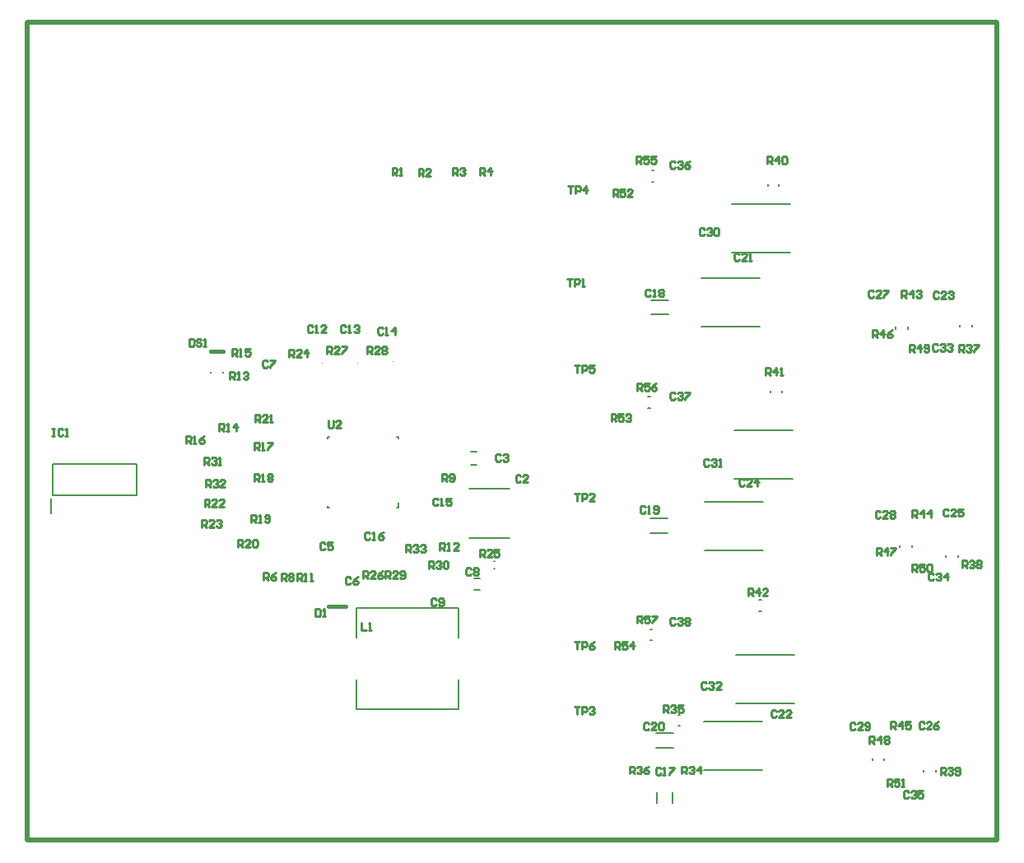
<source format=gto>
G04*
G04 #@! TF.GenerationSoftware,Altium Limited,Altium Designer,19.1.8 (144)*
G04*
G04 Layer_Color=65535*
%FSLAX25Y25*%
%MOIN*%
G70*
G01*
G75*
%ADD10C,0.00394*%
%ADD11C,0.00787*%
%ADD12C,0.01575*%
%ADD13C,0.01000*%
%ADD14C,0.01968*%
D10*
X176319Y319429D02*
G03*
X176319Y319429I-197J0D01*
G01*
X162047Y318839D02*
G03*
X162047Y318839I-197J0D01*
G01*
X147776Y318740D02*
G03*
X147776Y318740I-197J0D01*
G01*
D11*
X207283Y267913D02*
X223425D01*
X207283Y247835D02*
X223425D01*
X289567Y140551D02*
Y144882D01*
X283268Y140551D02*
Y144882D01*
X302110Y153937D02*
X325732D01*
X302110Y173622D02*
X325732D01*
X282677Y162795D02*
X289764D01*
X282677Y168701D02*
X289764D01*
X280315Y249803D02*
X287402D01*
X280315Y255709D02*
X287402D01*
X301181Y333465D02*
X324803D01*
X301181Y353150D02*
X324803D01*
X313386Y363386D02*
X337008D01*
X313386Y383071D02*
X337008D01*
X315236Y180965D02*
X338858D01*
X315236Y200650D02*
X338858D01*
X314567Y271760D02*
X338189D01*
X314567Y291445D02*
X338189D01*
X302362Y262598D02*
X325984D01*
X302362Y242913D02*
X325984D01*
X202669Y178528D02*
Y190535D01*
X161331Y178528D02*
Y190535D01*
X202669Y207465D02*
Y219472D01*
X161331Y207465D02*
Y219472D01*
Y178528D02*
X202669D01*
X161331Y219472D02*
X202669D01*
X291732Y171752D02*
X292520D01*
X291732Y176279D02*
X292520D01*
X280315Y206398D02*
X281102D01*
X280315Y210925D02*
X281102D01*
X324606Y218209D02*
X325394D01*
X324606Y222736D02*
X325394D01*
X329232Y306693D02*
Y307480D01*
X333760Y306693D02*
Y307480D01*
X279528Y305020D02*
X280315D01*
X279528Y300492D02*
X280315D01*
X281102Y396752D02*
X281890D01*
X281102Y392224D02*
X281890D01*
X107461Y314799D02*
Y315201D01*
X102539Y314799D02*
Y315201D01*
X280709Y338386D02*
X287795D01*
X280709Y344291D02*
X287795D01*
X386319Y244094D02*
Y244882D01*
X381398Y244094D02*
Y244882D01*
X384744Y332677D02*
Y333465D01*
X379823Y332677D02*
Y333465D01*
X375295Y157874D02*
Y158661D01*
X370374Y157874D02*
Y158661D01*
X391240Y153150D02*
Y153937D01*
X396161Y153150D02*
Y153937D01*
X405807Y333465D02*
Y334252D01*
X410728Y333465D02*
Y334252D01*
X400295Y240158D02*
Y240945D01*
X405217Y240158D02*
Y240945D01*
X207874Y277658D02*
X210236D01*
X207874Y282972D02*
X210236D01*
X217126Y238583D02*
X217520D01*
X217126Y235433D02*
X217520D01*
X209055Y231398D02*
X211417D01*
X209055Y226870D02*
X211417D01*
X38472Y265201D02*
Y277799D01*
X72528D01*
Y265201D02*
Y277799D01*
X38472Y265201D02*
X72528D01*
X37843Y257819D02*
Y263823D01*
X332579Y390551D02*
Y391339D01*
X328051Y390551D02*
Y391339D01*
X177642Y288870D02*
X178429D01*
Y288083D02*
Y288870D01*
X149689D02*
X150476D01*
X149689Y288083D02*
Y288870D01*
Y260130D02*
Y260917D01*
Y260130D02*
X150476D01*
X178429D02*
Y262098D01*
X177642Y260130D02*
X178429D01*
D12*
X150236Y220177D02*
X157244D01*
X102500Y323500D02*
X107500D01*
D13*
X249800Y205752D02*
X251768D01*
X250784D01*
Y202800D01*
X252752D02*
Y205752D01*
X254228D01*
X254720Y205260D01*
Y204276D01*
X254228Y203784D01*
X252752D01*
X257671Y205752D02*
X256688Y205260D01*
X255704Y204276D01*
Y203292D01*
X256196Y202800D01*
X257179D01*
X257671Y203292D01*
Y203784D01*
X257179Y204276D01*
X255704D01*
X249800Y317952D02*
X251768D01*
X250784D01*
Y315000D01*
X252752D02*
Y317952D01*
X254228D01*
X254720Y317460D01*
Y316476D01*
X254228Y315984D01*
X252752D01*
X257671Y317952D02*
X255704D01*
Y316476D01*
X256688Y316968D01*
X257179D01*
X257671Y316476D01*
Y315492D01*
X257179Y315000D01*
X256196D01*
X255704Y315492D01*
X247244Y390353D02*
X249212D01*
X248228D01*
Y387402D01*
X250196D02*
Y390353D01*
X251672D01*
X252164Y389861D01*
Y388878D01*
X251672Y388386D01*
X250196D01*
X254624Y387402D02*
Y390353D01*
X253148Y388878D01*
X255116D01*
X249800Y179352D02*
X251768D01*
X250784D01*
Y176400D01*
X252752D02*
Y179352D01*
X254228D01*
X254720Y178860D01*
Y177876D01*
X254228Y177384D01*
X252752D01*
X255704Y178860D02*
X256196Y179352D01*
X257179D01*
X257671Y178860D01*
Y178368D01*
X257179Y177876D01*
X256688D01*
X257179D01*
X257671Y177384D01*
Y176892D01*
X257179Y176400D01*
X256196D01*
X255704Y176892D01*
X249800Y265952D02*
X251768D01*
X250784D01*
Y263000D01*
X252752D02*
Y265952D01*
X254228D01*
X254720Y265460D01*
Y264476D01*
X254228Y263984D01*
X252752D01*
X257671Y263000D02*
X255704D01*
X257671Y264968D01*
Y265460D01*
X257179Y265952D01*
X256196D01*
X255704Y265460D01*
X246850Y352952D02*
X248818D01*
X247834D01*
Y350000D01*
X249802D02*
Y352952D01*
X251278D01*
X251770Y352460D01*
Y351476D01*
X251278Y350984D01*
X249802D01*
X252754Y350000D02*
X253738D01*
X253246D01*
Y352952D01*
X252754Y352460D01*
X137343Y230669D02*
Y233621D01*
X138818D01*
X139310Y233129D01*
Y232145D01*
X138818Y231653D01*
X137343D01*
X138327D02*
X139310Y230669D01*
X140294D02*
X141278D01*
X140786D01*
Y233621D01*
X140294Y233129D01*
X142754Y230669D02*
X143738D01*
X143246D01*
Y233621D01*
X142754Y233129D01*
X131043Y230669D02*
Y233621D01*
X132519D01*
X133011Y233129D01*
Y232145D01*
X132519Y231653D01*
X131043D01*
X132027D02*
X133011Y230669D01*
X133995Y233129D02*
X134487Y233621D01*
X135471D01*
X135963Y233129D01*
Y232637D01*
X135471Y232145D01*
X135963Y231653D01*
Y231161D01*
X135471Y230669D01*
X134487D01*
X133995Y231161D01*
Y231653D01*
X134487Y232145D01*
X133995Y232637D01*
Y233129D01*
X134487Y232145D02*
X135471D01*
X123957Y230768D02*
Y233719D01*
X125433D01*
X125925Y233228D01*
Y232244D01*
X125433Y231752D01*
X123957D01*
X124941D02*
X125925Y230768D01*
X128876Y233719D02*
X127892Y233228D01*
X126909Y232244D01*
Y231260D01*
X127401Y230768D01*
X128384D01*
X128876Y231260D01*
Y231752D01*
X128384Y232244D01*
X126909D01*
X38200Y292252D02*
X39184D01*
X38692D01*
Y289300D01*
X38200D01*
X39184D01*
X42628Y291760D02*
X42136Y292252D01*
X41152D01*
X40660Y291760D01*
Y289792D01*
X41152Y289300D01*
X42136D01*
X42628Y289792D01*
X43612Y289300D02*
X44596D01*
X44104D01*
Y292252D01*
X43612Y291760D01*
X266142Y202756D02*
Y205708D01*
X267618D01*
X268110Y205216D01*
Y204232D01*
X267618Y203740D01*
X266142D01*
X267126D02*
X268110Y202756D01*
X271061Y205708D02*
X269093D01*
Y204232D01*
X270077Y204724D01*
X270569D01*
X271061Y204232D01*
Y203248D01*
X270569Y202756D01*
X269585D01*
X269093Y203248D01*
X273521Y202756D02*
Y205708D01*
X272045Y204232D01*
X274013D01*
X264665Y295079D02*
Y298030D01*
X266141D01*
X266633Y297539D01*
Y296555D01*
X266141Y296063D01*
X264665D01*
X265649D02*
X266633Y295079D01*
X269585Y298030D02*
X267617D01*
Y296555D01*
X268601Y297047D01*
X269093D01*
X269585Y296555D01*
Y295571D01*
X269093Y295079D01*
X268109D01*
X267617Y295571D01*
X270569Y297539D02*
X271061Y298030D01*
X272045D01*
X272537Y297539D01*
Y297047D01*
X272045Y296555D01*
X271553D01*
X272045D01*
X272537Y296063D01*
Y295571D01*
X272045Y295079D01*
X271061D01*
X270569Y295571D01*
X265354Y386221D02*
Y389172D01*
X266830D01*
X267322Y388680D01*
Y387696D01*
X266830Y387204D01*
X265354D01*
X266338D02*
X267322Y386221D01*
X270274Y389172D02*
X268306D01*
Y387696D01*
X269290Y388188D01*
X269782D01*
X270274Y387696D01*
Y386712D01*
X269782Y386221D01*
X268798D01*
X268306Y386712D01*
X273226Y386221D02*
X271258D01*
X273226Y388188D01*
Y388680D01*
X272734Y389172D01*
X271750D01*
X271258Y388680D01*
X272047Y152362D02*
Y155314D01*
X273523D01*
X274015Y154822D01*
Y153838D01*
X273523Y153346D01*
X272047D01*
X273031D02*
X274015Y152362D01*
X274999Y154822D02*
X275491Y155314D01*
X276475D01*
X276967Y154822D01*
Y154330D01*
X276475Y153838D01*
X275983D01*
X276475D01*
X276967Y153346D01*
Y152854D01*
X276475Y152362D01*
X275491D01*
X274999Y152854D01*
X279919Y155314D02*
X278935Y154822D01*
X277951Y153838D01*
Y152854D01*
X278443Y152362D01*
X279427D01*
X279919Y152854D01*
Y153346D01*
X279427Y153838D01*
X277951D01*
X293307Y152362D02*
Y155314D01*
X294783D01*
X295275Y154822D01*
Y153838D01*
X294783Y153346D01*
X293307D01*
X294291D02*
X295275Y152362D01*
X296259Y154822D02*
X296751Y155314D01*
X297735D01*
X298227Y154822D01*
Y154330D01*
X297735Y153838D01*
X297243D01*
X297735D01*
X298227Y153346D01*
Y152854D01*
X297735Y152362D01*
X296751D01*
X296259Y152854D01*
X300687Y152362D02*
Y155314D01*
X299211Y153838D01*
X301179D01*
X284645Y154428D02*
X284153Y154920D01*
X283169D01*
X282677Y154428D01*
Y152461D01*
X283169Y151969D01*
X284153D01*
X284645Y152461D01*
X285629Y151969D02*
X286613D01*
X286121D01*
Y154920D01*
X285629Y154428D01*
X288089Y154920D02*
X290057D01*
Y154428D01*
X288089Y152461D01*
Y151969D01*
X200394Y394882D02*
Y397834D01*
X201870D01*
X202362Y397342D01*
Y396358D01*
X201870Y395866D01*
X200394D01*
X201378D02*
X202362Y394882D01*
X203345Y397342D02*
X203837Y397834D01*
X204821D01*
X205313Y397342D01*
Y396850D01*
X204821Y396358D01*
X204329D01*
X204821D01*
X205313Y395866D01*
Y395374D01*
X204821Y394882D01*
X203837D01*
X203345Y395374D01*
X211417Y394882D02*
Y397834D01*
X212893D01*
X213385Y397342D01*
Y396358D01*
X212893Y395866D01*
X211417D01*
X212401D02*
X213385Y394882D01*
X215845D02*
Y397834D01*
X214369Y396358D01*
X216337D01*
X175984Y394882D02*
Y397834D01*
X177460D01*
X177952Y397342D01*
Y396358D01*
X177460Y395866D01*
X175984D01*
X176968D02*
X177952Y394882D01*
X178936D02*
X179920D01*
X179428D01*
Y397834D01*
X178936Y397342D01*
X186667Y394552D02*
Y397504D01*
X188143D01*
X188635Y397012D01*
Y396028D01*
X188143Y395536D01*
X186667D01*
X187651D02*
X188635Y394552D01*
X191587D02*
X189619D01*
X191587Y396520D01*
Y397012D01*
X191095Y397504D01*
X190111D01*
X189619Y397012D01*
X165905Y322500D02*
Y325452D01*
X167381D01*
X167873Y324960D01*
Y323976D01*
X167381Y323484D01*
X165905D01*
X166889D02*
X167873Y322500D01*
X170825D02*
X168857D01*
X170825Y324468D01*
Y324960D01*
X170333Y325452D01*
X169349D01*
X168857Y324960D01*
X171809D02*
X172301Y325452D01*
X173285D01*
X173777Y324960D01*
Y324468D01*
X173285Y323976D01*
X173777Y323484D01*
Y322992D01*
X173285Y322500D01*
X172301D01*
X171809Y322992D01*
Y323484D01*
X172301Y323976D01*
X171809Y324468D01*
Y324960D01*
X172301Y323976D02*
X173285D01*
X149606Y322441D02*
Y325393D01*
X151082D01*
X151574Y324901D01*
Y323917D01*
X151082Y323425D01*
X149606D01*
X150590D02*
X151574Y322441D01*
X154526D02*
X152558D01*
X154526Y324409D01*
Y324901D01*
X154034Y325393D01*
X153050D01*
X152558Y324901D01*
X155510Y325393D02*
X157478D01*
Y324901D01*
X155510Y322933D01*
Y322441D01*
X134252Y321260D02*
Y324212D01*
X135728D01*
X136220Y323720D01*
Y322736D01*
X135728Y322244D01*
X134252D01*
X135236D02*
X136220Y321260D01*
X139172D02*
X137204D01*
X139172Y323228D01*
Y323720D01*
X138680Y324212D01*
X137696D01*
X137204Y323720D01*
X141631Y321260D02*
Y324212D01*
X140156Y322736D01*
X142123D01*
X111024Y321654D02*
Y324605D01*
X112499D01*
X112991Y324113D01*
Y323129D01*
X112499Y322638D01*
X111024D01*
X112008D02*
X112991Y321654D01*
X113975D02*
X114959D01*
X114467D01*
Y324605D01*
X113975Y324113D01*
X118403Y324605D02*
X116435D01*
Y323129D01*
X117419Y323621D01*
X117911D01*
X118403Y323129D01*
Y322146D01*
X117911Y321654D01*
X116927D01*
X116435Y322146D01*
X93701Y328542D02*
Y325590D01*
X95177D01*
X95669Y326082D01*
Y328050D01*
X95177Y328542D01*
X93701D01*
X98620Y328050D02*
X98128Y328542D01*
X97145D01*
X96653Y328050D01*
Y327558D01*
X97145Y327066D01*
X98128D01*
X98620Y326574D01*
Y326082D01*
X98128Y325590D01*
X97145D01*
X96653Y326082D01*
X99604Y325590D02*
X100588D01*
X100096D01*
Y328542D01*
X99604Y328050D01*
X150100Y295452D02*
Y292992D01*
X150592Y292500D01*
X151576D01*
X152068Y292992D01*
Y295452D01*
X155020Y292500D02*
X153052D01*
X155020Y294468D01*
Y294960D01*
X154528Y295452D01*
X153544D01*
X153052Y294960D01*
X275197Y213386D02*
Y216338D01*
X276673D01*
X277165Y215846D01*
Y214862D01*
X276673Y214370D01*
X275197D01*
X276181D02*
X277165Y213386D01*
X280117Y216338D02*
X278149D01*
Y214862D01*
X279133Y215354D01*
X279625D01*
X280117Y214862D01*
Y213878D01*
X279625Y213386D01*
X278641D01*
X278149Y213878D01*
X281101Y216338D02*
X283068D01*
Y215846D01*
X281101Y213878D01*
Y213386D01*
X275091Y307587D02*
Y310538D01*
X276566D01*
X277058Y310046D01*
Y309063D01*
X276566Y308571D01*
X275091D01*
X276075D02*
X277058Y307587D01*
X280010Y310538D02*
X278042D01*
Y309063D01*
X279026Y309554D01*
X279518D01*
X280010Y309063D01*
Y308079D01*
X279518Y307587D01*
X278534D01*
X278042Y308079D01*
X282962Y310538D02*
X281978Y310046D01*
X280994Y309063D01*
Y308079D01*
X281486Y307587D01*
X282470D01*
X282962Y308079D01*
Y308571D01*
X282470Y309063D01*
X280994D01*
X274803Y399606D02*
Y402558D01*
X276279D01*
X276771Y402066D01*
Y401082D01*
X276279Y400590D01*
X274803D01*
X275787D02*
X276771Y399606D01*
X279723Y402558D02*
X277755D01*
Y401082D01*
X278739Y401574D01*
X279231D01*
X279723Y401082D01*
Y400098D01*
X279231Y399606D01*
X278247D01*
X277755Y400098D01*
X282675Y402558D02*
X280707D01*
Y401082D01*
X281691Y401574D01*
X282183D01*
X282675Y401082D01*
Y400098D01*
X282183Y399606D01*
X281199D01*
X280707Y400098D01*
X376378Y147244D02*
Y150196D01*
X377854D01*
X378346Y149704D01*
Y148720D01*
X377854Y148228D01*
X376378D01*
X377362D02*
X378346Y147244D01*
X381298Y150196D02*
X379330D01*
Y148720D01*
X380314Y149212D01*
X380806D01*
X381298Y148720D01*
Y147736D01*
X380806Y147244D01*
X379822D01*
X379330Y147736D01*
X382282Y147244D02*
X383265D01*
X382773D01*
Y150196D01*
X382282Y149704D01*
X386614Y234252D02*
Y237204D01*
X388090D01*
X388582Y236712D01*
Y235728D01*
X388090Y235236D01*
X386614D01*
X387598D02*
X388582Y234252D01*
X391534Y237204D02*
X389566D01*
Y235728D01*
X390550Y236220D01*
X391042D01*
X391534Y235728D01*
Y234744D01*
X391042Y234252D01*
X390058D01*
X389566Y234744D01*
X392518Y236712D02*
X393010Y237204D01*
X393994D01*
X394486Y236712D01*
Y234744D01*
X393994Y234252D01*
X393010D01*
X392518Y234744D01*
Y236712D01*
X385433Y323228D02*
Y326180D01*
X386909D01*
X387401Y325688D01*
Y324704D01*
X386909Y324212D01*
X385433D01*
X386417D02*
X387401Y323228D01*
X389861D02*
Y326180D01*
X388385Y324704D01*
X390353D01*
X391337Y323720D02*
X391829Y323228D01*
X392813D01*
X393305Y323720D01*
Y325688D01*
X392813Y326180D01*
X391829D01*
X391337Y325688D01*
Y325196D01*
X391829Y324704D01*
X393305D01*
X369291Y164567D02*
Y167519D01*
X370767D01*
X371259Y167027D01*
Y166043D01*
X370767Y165551D01*
X369291D01*
X370275D02*
X371259Y164567D01*
X373719D02*
Y167519D01*
X372243Y166043D01*
X374211D01*
X375195Y167027D02*
X375687Y167519D01*
X376671D01*
X377163Y167027D01*
Y166535D01*
X376671Y166043D01*
X377163Y165551D01*
Y165059D01*
X376671Y164567D01*
X375687D01*
X375195Y165059D01*
Y165551D01*
X375687Y166043D01*
X375195Y166535D01*
Y167027D01*
X375687Y166043D02*
X376671D01*
X372047Y240945D02*
Y243897D01*
X373523D01*
X374015Y243405D01*
Y242421D01*
X373523Y241929D01*
X372047D01*
X373031D02*
X374015Y240945D01*
X376475D02*
Y243897D01*
X374999Y242421D01*
X376967D01*
X377951Y243897D02*
X379919D01*
Y243405D01*
X377951Y241437D01*
Y240945D01*
X370472Y329134D02*
Y332086D01*
X371948D01*
X372440Y331594D01*
Y330610D01*
X371948Y330118D01*
X370472D01*
X371456D02*
X372440Y329134D01*
X374900D02*
Y332086D01*
X373424Y330610D01*
X375392D01*
X378344Y332086D02*
X377360Y331594D01*
X376376Y330610D01*
Y329626D01*
X376868Y329134D01*
X377852D01*
X378344Y329626D01*
Y330118D01*
X377852Y330610D01*
X376376D01*
X377953Y170472D02*
Y173424D01*
X379429D01*
X379921Y172932D01*
Y171948D01*
X379429Y171456D01*
X377953D01*
X378937D02*
X379921Y170472D01*
X382381D02*
Y173424D01*
X380905Y171948D01*
X382872D01*
X385824Y173424D02*
X383856D01*
Y171948D01*
X384840Y172440D01*
X385332D01*
X385824Y171948D01*
Y170964D01*
X385332Y170472D01*
X384348D01*
X383856Y170964D01*
X386614Y256299D02*
Y259251D01*
X388090D01*
X388582Y258759D01*
Y257775D01*
X388090Y257283D01*
X386614D01*
X387598D02*
X388582Y256299D01*
X391042D02*
Y259251D01*
X389566Y257775D01*
X391534D01*
X393994Y256299D02*
Y259251D01*
X392518Y257775D01*
X394486D01*
X382283Y345276D02*
Y348227D01*
X383759D01*
X384251Y347735D01*
Y346751D01*
X383759Y346259D01*
X382283D01*
X383267D02*
X384251Y345276D01*
X386711D02*
Y348227D01*
X385235Y346751D01*
X387203D01*
X388187Y347735D02*
X388679Y348227D01*
X389663D01*
X390155Y347735D01*
Y347243D01*
X389663Y346751D01*
X389171D01*
X389663D01*
X390155Y346259D01*
Y345768D01*
X389663Y345276D01*
X388679D01*
X388187Y345768D01*
X320079Y224410D02*
Y227361D01*
X321555D01*
X322047Y226869D01*
Y225885D01*
X321555Y225393D01*
X320079D01*
X321063D02*
X322047Y224410D01*
X324506D02*
Y227361D01*
X323030Y225885D01*
X324998D01*
X327950Y224410D02*
X325982D01*
X327950Y226377D01*
Y226869D01*
X327458Y227361D01*
X326474D01*
X325982Y226869D01*
X327165Y313779D02*
Y316731D01*
X328641D01*
X329133Y316239D01*
Y315255D01*
X328641Y314763D01*
X327165D01*
X328149D02*
X329133Y313779D01*
X331593D02*
Y316731D01*
X330117Y315255D01*
X332085D01*
X333069Y313779D02*
X334053D01*
X333561D01*
Y316731D01*
X333069Y316239D01*
X327900Y399400D02*
Y402352D01*
X329376D01*
X329868Y401860D01*
Y400876D01*
X329376Y400384D01*
X327900D01*
X328884D02*
X329868Y399400D01*
X332328D02*
Y402352D01*
X330852Y400876D01*
X332820D01*
X333804Y401860D02*
X334296Y402352D01*
X335279D01*
X335771Y401860D01*
Y399892D01*
X335279Y399400D01*
X334296D01*
X333804Y399892D01*
Y401860D01*
X398031Y151969D02*
Y154920D01*
X399507D01*
X399999Y154428D01*
Y153444D01*
X399507Y152952D01*
X398031D01*
X399015D02*
X399999Y151969D01*
X400983Y154428D02*
X401475Y154920D01*
X402459D01*
X402951Y154428D01*
Y153936D01*
X402459Y153444D01*
X401967D01*
X402459D01*
X402951Y152952D01*
Y152461D01*
X402459Y151969D01*
X401475D01*
X400983Y152461D01*
X403935D02*
X404427Y151969D01*
X405411D01*
X405903Y152461D01*
Y154428D01*
X405411Y154920D01*
X404427D01*
X403935Y154428D01*
Y153936D01*
X404427Y153444D01*
X405903D01*
X406693Y235827D02*
Y238779D01*
X408169D01*
X408661Y238287D01*
Y237303D01*
X408169Y236811D01*
X406693D01*
X407677D02*
X408661Y235827D01*
X409645Y238287D02*
X410137Y238779D01*
X411121D01*
X411613Y238287D01*
Y237795D01*
X411121Y237303D01*
X410629D01*
X411121D01*
X411613Y236811D01*
Y236319D01*
X411121Y235827D01*
X410137D01*
X409645Y236319D01*
X412597Y238287D02*
X413089Y238779D01*
X414072D01*
X414564Y238287D01*
Y237795D01*
X414072Y237303D01*
X414564Y236811D01*
Y236319D01*
X414072Y235827D01*
X413089D01*
X412597Y236319D01*
Y236811D01*
X413089Y237303D01*
X412597Y237795D01*
Y238287D01*
X413089Y237303D02*
X414072D01*
X405512Y323228D02*
Y326180D01*
X406988D01*
X407480Y325688D01*
Y324704D01*
X406988Y324212D01*
X405512D01*
X406496D02*
X407480Y323228D01*
X408464Y325688D02*
X408956Y326180D01*
X409939D01*
X410431Y325688D01*
Y325196D01*
X409939Y324704D01*
X409448D01*
X409939D01*
X410431Y324212D01*
Y323720D01*
X409939Y323228D01*
X408956D01*
X408464Y323720D01*
X411415Y326180D02*
X413383D01*
Y325688D01*
X411415Y323720D01*
Y323228D01*
X285827Y177165D02*
Y180117D01*
X287303D01*
X287795Y179625D01*
Y178641D01*
X287303Y178149D01*
X285827D01*
X286811D02*
X287795Y177165D01*
X288779Y179625D02*
X289271Y180117D01*
X290254D01*
X290746Y179625D01*
Y179133D01*
X290254Y178641D01*
X289762D01*
X290254D01*
X290746Y178149D01*
Y177657D01*
X290254Y177165D01*
X289271D01*
X288779Y177657D01*
X293698Y180117D02*
X291730D01*
Y178641D01*
X292714Y179133D01*
X293206D01*
X293698Y178641D01*
Y177657D01*
X293206Y177165D01*
X292222D01*
X291730Y177657D01*
X181496Y242126D02*
Y245078D01*
X182972D01*
X183464Y244586D01*
Y243602D01*
X182972Y243110D01*
X181496D01*
X182480D02*
X183464Y242126D01*
X184448Y244586D02*
X184940Y245078D01*
X185924D01*
X186416Y244586D01*
Y244094D01*
X185924Y243602D01*
X185432D01*
X185924D01*
X186416Y243110D01*
Y242618D01*
X185924Y242126D01*
X184940D01*
X184448Y242618D01*
X187400Y244586D02*
X187892Y245078D01*
X188876D01*
X189368Y244586D01*
Y244094D01*
X188876Y243602D01*
X188384D01*
X188876D01*
X189368Y243110D01*
Y242618D01*
X188876Y242126D01*
X187892D01*
X187400Y242618D01*
X190748Y235528D02*
Y238479D01*
X192224D01*
X192716Y237987D01*
Y237003D01*
X192224Y236511D01*
X190748D01*
X191732D02*
X192716Y235528D01*
X193700Y237987D02*
X194192Y238479D01*
X195176D01*
X195668Y237987D01*
Y237495D01*
X195176Y237003D01*
X194684D01*
X195176D01*
X195668Y236511D01*
Y236019D01*
X195176Y235528D01*
X194192D01*
X193700Y236019D01*
X196652Y237987D02*
X197144Y238479D01*
X198127D01*
X198619Y237987D01*
Y236019D01*
X198127Y235528D01*
X197144D01*
X196652Y236019D01*
Y237987D01*
X173228Y231496D02*
Y234448D01*
X174704D01*
X175196Y233956D01*
Y232972D01*
X174704Y232480D01*
X173228D01*
X174212D02*
X175196Y231496D01*
X178148D02*
X176180D01*
X178148Y233464D01*
Y233956D01*
X177656Y234448D01*
X176672D01*
X176180Y233956D01*
X179132Y231988D02*
X179624Y231496D01*
X180608D01*
X181100Y231988D01*
Y233956D01*
X180608Y234448D01*
X179624D01*
X179132Y233956D01*
Y233464D01*
X179624Y232972D01*
X181100D01*
X164173Y231496D02*
Y234448D01*
X165649D01*
X166141Y233956D01*
Y232972D01*
X165649Y232480D01*
X164173D01*
X165157D02*
X166141Y231496D01*
X169093D02*
X167125D01*
X169093Y233464D01*
Y233956D01*
X168601Y234448D01*
X167617D01*
X167125Y233956D01*
X172045Y234448D02*
X171061Y233956D01*
X170077Y232972D01*
Y231988D01*
X170569Y231496D01*
X171553D01*
X172045Y231988D01*
Y232480D01*
X171553Y232972D01*
X170077D01*
X211392Y240260D02*
Y243212D01*
X212868D01*
X213360Y242720D01*
Y241736D01*
X212868Y241244D01*
X211392D01*
X212376D02*
X213360Y240260D01*
X216312D02*
X214344D01*
X216312Y242228D01*
Y242720D01*
X215820Y243212D01*
X214836D01*
X214344Y242720D01*
X219264Y243212D02*
X217296D01*
Y241736D01*
X218280Y242228D01*
X218772D01*
X219264Y241736D01*
Y240752D01*
X218772Y240260D01*
X217788D01*
X217296Y240752D01*
X120472Y294882D02*
Y297834D01*
X121948D01*
X122440Y297342D01*
Y296358D01*
X121948Y295866D01*
X120472D01*
X121456D02*
X122440Y294882D01*
X125392D02*
X123424D01*
X125392Y296850D01*
Y297342D01*
X124900Y297834D01*
X123916D01*
X123424Y297342D01*
X126376Y294882D02*
X127360D01*
X126868D01*
Y297834D01*
X126376Y297342D01*
X113488Y244216D02*
Y247168D01*
X114964D01*
X115456Y246676D01*
Y245692D01*
X114964Y245200D01*
X113488D01*
X114472D02*
X115456Y244216D01*
X118408D02*
X116440D01*
X118408Y246184D01*
Y246676D01*
X117916Y247168D01*
X116932D01*
X116440Y246676D01*
X119392D02*
X119884Y247168D01*
X120868D01*
X121360Y246676D01*
Y244708D01*
X120868Y244216D01*
X119884D01*
X119392Y244708D01*
Y246676D01*
X118898Y254331D02*
Y257282D01*
X120373D01*
X120865Y256790D01*
Y255807D01*
X120373Y255315D01*
X118898D01*
X119882D02*
X120865Y254331D01*
X121850D02*
X122833D01*
X122341D01*
Y257282D01*
X121850Y256790D01*
X124309Y254823D02*
X124801Y254331D01*
X125785D01*
X126277Y254823D01*
Y256790D01*
X125785Y257282D01*
X124801D01*
X124309Y256790D01*
Y256299D01*
X124801Y255807D01*
X126277D01*
X110236Y312205D02*
Y315157D01*
X111712D01*
X112204Y314665D01*
Y313681D01*
X111712Y313189D01*
X110236D01*
X111220D02*
X112204Y312205D01*
X113188D02*
X114172D01*
X113680D01*
Y315157D01*
X113188Y314665D01*
X115648D02*
X116140Y315157D01*
X117124D01*
X117616Y314665D01*
Y314173D01*
X117124Y313681D01*
X116632D01*
X117124D01*
X117616Y313189D01*
Y312697D01*
X117124Y312205D01*
X116140D01*
X115648Y312697D01*
X120079Y270866D02*
Y273818D01*
X121555D01*
X122047Y273326D01*
Y272342D01*
X121555Y271850D01*
X120079D01*
X121063D02*
X122047Y270866D01*
X123030D02*
X124014D01*
X123522D01*
Y273818D01*
X123030Y273326D01*
X125490D02*
X125982Y273818D01*
X126966D01*
X127458Y273326D01*
Y272834D01*
X126966Y272342D01*
X127458Y271850D01*
Y271358D01*
X126966Y270866D01*
X125982D01*
X125490Y271358D01*
Y271850D01*
X125982Y272342D01*
X125490Y272834D01*
Y273326D01*
X125982Y272342D02*
X126966D01*
X120168Y283658D02*
Y286610D01*
X121644D01*
X122136Y286118D01*
Y285134D01*
X121644Y284642D01*
X120168D01*
X121152D02*
X122136Y283658D01*
X123120D02*
X124104D01*
X123612D01*
Y286610D01*
X123120Y286118D01*
X125580Y286610D02*
X127548D01*
Y286118D01*
X125580Y284150D01*
Y283658D01*
X92520Y286221D02*
Y289172D01*
X93996D01*
X94488Y288680D01*
Y287696D01*
X93996Y287204D01*
X92520D01*
X93504D02*
X94488Y286221D01*
X95472D02*
X96455D01*
X95964D01*
Y289172D01*
X95472Y288680D01*
X99899Y289172D02*
X98915Y288680D01*
X97931Y287696D01*
Y286712D01*
X98423Y286221D01*
X99407D01*
X99899Y286712D01*
Y287204D01*
X99407Y287696D01*
X97931D01*
X105933Y291272D02*
Y294223D01*
X107409D01*
X107901Y293731D01*
Y292748D01*
X107409Y292256D01*
X105933D01*
X106917D02*
X107901Y291272D01*
X108885D02*
X109869D01*
X109377D01*
Y294223D01*
X108885Y293731D01*
X112821Y291272D02*
Y294223D01*
X111345Y292748D01*
X113313D01*
X98783Y252261D02*
Y255213D01*
X100259D01*
X100751Y254721D01*
Y253737D01*
X100259Y253245D01*
X98783D01*
X99767D02*
X100751Y252261D01*
X103703D02*
X101735D01*
X103703Y254229D01*
Y254721D01*
X103211Y255213D01*
X102227D01*
X101735Y254721D01*
X104687D02*
X105179Y255213D01*
X106163D01*
X106655Y254721D01*
Y254229D01*
X106163Y253737D01*
X105671D01*
X106163D01*
X106655Y253245D01*
Y252753D01*
X106163Y252261D01*
X105179D01*
X104687Y252753D01*
X100000Y260630D02*
Y263582D01*
X101476D01*
X101968Y263090D01*
Y262106D01*
X101476Y261614D01*
X100000D01*
X100984D02*
X101968Y260630D01*
X104920D02*
X102952D01*
X104920Y262598D01*
Y263090D01*
X104428Y263582D01*
X103444D01*
X102952Y263090D01*
X107871Y260630D02*
X105904D01*
X107871Y262598D01*
Y263090D01*
X107379Y263582D01*
X106396D01*
X105904Y263090D01*
X195276Y242913D02*
Y245865D01*
X196751D01*
X197243Y245373D01*
Y244389D01*
X196751Y243897D01*
X195276D01*
X196259D02*
X197243Y242913D01*
X198227D02*
X199211D01*
X198719D01*
Y245865D01*
X198227Y245373D01*
X202655Y242913D02*
X200687D01*
X202655Y244881D01*
Y245373D01*
X202163Y245865D01*
X201179D01*
X200687Y245373D01*
X100394Y268504D02*
Y271456D01*
X101870D01*
X102362Y270964D01*
Y269980D01*
X101870Y269488D01*
X100394D01*
X101378D02*
X102362Y268504D01*
X103346Y270964D02*
X103838Y271456D01*
X104821D01*
X105313Y270964D01*
Y270472D01*
X104821Y269980D01*
X104329D01*
X104821D01*
X105313Y269488D01*
Y268996D01*
X104821Y268504D01*
X103838D01*
X103346Y268996D01*
X108265Y268504D02*
X106297D01*
X108265Y270472D01*
Y270964D01*
X107773Y271456D01*
X106789D01*
X106297Y270964D01*
X196063Y270866D02*
Y273818D01*
X197539D01*
X198031Y273326D01*
Y272342D01*
X197539Y271850D01*
X196063D01*
X197047D02*
X198031Y270866D01*
X199015Y271358D02*
X199507Y270866D01*
X200491D01*
X200983Y271358D01*
Y273326D01*
X200491Y273818D01*
X199507D01*
X199015Y273326D01*
Y272834D01*
X199507Y272342D01*
X200983D01*
X99728Y277567D02*
Y280519D01*
X101204D01*
X101696Y280027D01*
Y279043D01*
X101204Y278551D01*
X99728D01*
X100712D02*
X101696Y277567D01*
X102680Y280027D02*
X103172Y280519D01*
X104156D01*
X104648Y280027D01*
Y279535D01*
X104156Y279043D01*
X103664D01*
X104156D01*
X104648Y278551D01*
Y278059D01*
X104156Y277567D01*
X103172D01*
X102680Y278059D01*
X105632Y277567D02*
X106616D01*
X106124D01*
Y280519D01*
X105632Y280027D01*
X163386Y213582D02*
Y210630D01*
X165354D01*
X166338D02*
X167322D01*
X166830D01*
Y213582D01*
X166338Y213090D01*
X144882Y219093D02*
Y216142D01*
X146358D01*
X146850Y216634D01*
Y218602D01*
X146358Y219093D01*
X144882D01*
X147834Y216142D02*
X148818D01*
X148326D01*
Y219093D01*
X147834Y218602D01*
X290551Y215058D02*
X290059Y215550D01*
X289075D01*
X288583Y215058D01*
Y213090D01*
X289075Y212598D01*
X290059D01*
X290551Y213090D01*
X291534Y215058D02*
X292026Y215550D01*
X293010D01*
X293502Y215058D01*
Y214566D01*
X293010Y214074D01*
X292518D01*
X293010D01*
X293502Y213582D01*
Y213090D01*
X293010Y212598D01*
X292026D01*
X291534Y213090D01*
X294486Y215058D02*
X294978Y215550D01*
X295962D01*
X296454Y215058D01*
Y214566D01*
X295962Y214074D01*
X296454Y213582D01*
Y213090D01*
X295962Y212598D01*
X294978D01*
X294486Y213090D01*
Y213582D01*
X294978Y214074D01*
X294486Y214566D01*
Y215058D01*
X294978Y214074D02*
X295962D01*
X290551Y306397D02*
X290059Y306889D01*
X289075D01*
X288583Y306397D01*
Y304429D01*
X289075Y303937D01*
X290059D01*
X290551Y304429D01*
X291534Y306397D02*
X292026Y306889D01*
X293010D01*
X293502Y306397D01*
Y305905D01*
X293010Y305413D01*
X292518D01*
X293010D01*
X293502Y304921D01*
Y304429D01*
X293010Y303937D01*
X292026D01*
X291534Y304429D01*
X294486Y306889D02*
X296454D01*
Y306397D01*
X294486Y304429D01*
Y303937D01*
X290551Y400098D02*
X290059Y400590D01*
X289075D01*
X288583Y400098D01*
Y398130D01*
X289075Y397638D01*
X290059D01*
X290551Y398130D01*
X291534Y400098D02*
X292026Y400590D01*
X293010D01*
X293502Y400098D01*
Y399606D01*
X293010Y399114D01*
X292518D01*
X293010D01*
X293502Y398622D01*
Y398130D01*
X293010Y397638D01*
X292026D01*
X291534Y398130D01*
X296454Y400590D02*
X295470Y400098D01*
X294486Y399114D01*
Y398130D01*
X294978Y397638D01*
X295962D01*
X296454Y398130D01*
Y398622D01*
X295962Y399114D01*
X294486D01*
X385039Y144980D02*
X384547Y145472D01*
X383563D01*
X383071Y144980D01*
Y143012D01*
X383563Y142520D01*
X384547D01*
X385039Y143012D01*
X386023Y144980D02*
X386515Y145472D01*
X387499D01*
X387990Y144980D01*
Y144488D01*
X387499Y143996D01*
X387007D01*
X387499D01*
X387990Y143504D01*
Y143012D01*
X387499Y142520D01*
X386515D01*
X386023Y143012D01*
X390942Y145472D02*
X388974D01*
Y143996D01*
X389958Y144488D01*
X390450D01*
X390942Y143996D01*
Y143012D01*
X390450Y142520D01*
X389467D01*
X388974Y143012D01*
X395275Y233169D02*
X394783Y233661D01*
X393799D01*
X393307Y233169D01*
Y231201D01*
X393799Y230709D01*
X394783D01*
X395275Y231201D01*
X396259Y233169D02*
X396751Y233661D01*
X397735D01*
X398227Y233169D01*
Y232677D01*
X397735Y232185D01*
X397243D01*
X397735D01*
X398227Y231693D01*
Y231201D01*
X397735Y230709D01*
X396751D01*
X396259Y231201D01*
X400687Y230709D02*
Y233661D01*
X399211Y232185D01*
X401179D01*
X396850Y326082D02*
X396358Y326574D01*
X395374D01*
X394882Y326082D01*
Y324114D01*
X395374Y323622D01*
X396358D01*
X396850Y324114D01*
X397834Y326082D02*
X398326Y326574D01*
X399310D01*
X399802Y326082D01*
Y325590D01*
X399310Y325098D01*
X398818D01*
X399310D01*
X399802Y324606D01*
Y324114D01*
X399310Y323622D01*
X398326D01*
X397834Y324114D01*
X400785Y326082D02*
X401277Y326574D01*
X402261D01*
X402753Y326082D01*
Y325590D01*
X402261Y325098D01*
X401769D01*
X402261D01*
X402753Y324606D01*
Y324114D01*
X402261Y323622D01*
X401277D01*
X400785Y324114D01*
X303149Y189074D02*
X302657Y189566D01*
X301673D01*
X301181Y189074D01*
Y187106D01*
X301673Y186614D01*
X302657D01*
X303149Y187106D01*
X304133Y189074D02*
X304625Y189566D01*
X305609D01*
X306101Y189074D01*
Y188582D01*
X305609Y188090D01*
X305117D01*
X305609D01*
X306101Y187598D01*
Y187106D01*
X305609Y186614D01*
X304625D01*
X304133Y187106D01*
X309053Y186614D02*
X307085D01*
X309053Y188582D01*
Y189074D01*
X308561Y189566D01*
X307577D01*
X307085Y189074D01*
X304216Y279444D02*
X303724Y279936D01*
X302740D01*
X302248Y279444D01*
Y277476D01*
X302740Y276984D01*
X303724D01*
X304216Y277476D01*
X305200Y279444D02*
X305692Y279936D01*
X306676D01*
X307168Y279444D01*
Y278952D01*
X306676Y278460D01*
X306184D01*
X306676D01*
X307168Y277968D01*
Y277476D01*
X306676Y276984D01*
X305692D01*
X305200Y277476D01*
X308152Y276984D02*
X309136D01*
X308644D01*
Y279936D01*
X308152Y279444D01*
X302362Y372932D02*
X301870Y373424D01*
X300886D01*
X300394Y372932D01*
Y370964D01*
X300886Y370472D01*
X301870D01*
X302362Y370964D01*
X303345Y372932D02*
X303837Y373424D01*
X304821D01*
X305313Y372932D01*
Y372440D01*
X304821Y371948D01*
X304329D01*
X304821D01*
X305313Y371456D01*
Y370964D01*
X304821Y370472D01*
X303837D01*
X303345Y370964D01*
X306297Y372932D02*
X306789Y373424D01*
X307773D01*
X308265Y372932D01*
Y370964D01*
X307773Y370472D01*
X306789D01*
X306297Y370964D01*
Y372932D01*
X363385Y172539D02*
X362893Y173030D01*
X361909D01*
X361417Y172539D01*
Y170571D01*
X361909Y170079D01*
X362893D01*
X363385Y170571D01*
X366337Y170079D02*
X364369D01*
X366337Y172047D01*
Y172539D01*
X365845Y173030D01*
X364861D01*
X364369Y172539D01*
X367321Y170571D02*
X367813Y170079D01*
X368797D01*
X369289Y170571D01*
Y172539D01*
X368797Y173030D01*
X367813D01*
X367321Y172539D01*
Y172047D01*
X367813Y171555D01*
X369289D01*
X373621Y258365D02*
X373129Y258857D01*
X372146D01*
X371654Y258365D01*
Y256398D01*
X372146Y255906D01*
X373129D01*
X373621Y256398D01*
X376573Y255906D02*
X374605D01*
X376573Y257873D01*
Y258365D01*
X376081Y258857D01*
X375097D01*
X374605Y258365D01*
X377557D02*
X378049Y258857D01*
X379033D01*
X379525Y258365D01*
Y257873D01*
X379033Y257381D01*
X379525Y256889D01*
Y256398D01*
X379033Y255906D01*
X378049D01*
X377557Y256398D01*
Y256889D01*
X378049Y257381D01*
X377557Y257873D01*
Y258365D01*
X378049Y257381D02*
X379033D01*
X370866Y347735D02*
X370374Y348227D01*
X369390D01*
X368898Y347735D01*
Y345768D01*
X369390Y345276D01*
X370374D01*
X370866Y345768D01*
X373817Y345276D02*
X371849D01*
X373817Y347243D01*
Y347735D01*
X373325Y348227D01*
X372341D01*
X371849Y347735D01*
X374801Y348227D02*
X376769D01*
Y347735D01*
X374801Y345768D01*
Y345276D01*
X391338Y172932D02*
X390846Y173424D01*
X389862D01*
X389370Y172932D01*
Y170964D01*
X389862Y170472D01*
X390846D01*
X391338Y170964D01*
X394290Y170472D02*
X392322D01*
X394290Y172440D01*
Y172932D01*
X393798Y173424D01*
X392814D01*
X392322Y172932D01*
X397242Y173424D02*
X396258Y172932D01*
X395274Y171948D01*
Y170964D01*
X395766Y170472D01*
X396750D01*
X397242Y170964D01*
Y171456D01*
X396750Y171948D01*
X395274D01*
X401181Y259153D02*
X400689Y259645D01*
X399705D01*
X399213Y259153D01*
Y257185D01*
X399705Y256693D01*
X400689D01*
X401181Y257185D01*
X404132Y256693D02*
X402164D01*
X404132Y258661D01*
Y259153D01*
X403640Y259645D01*
X402656D01*
X402164Y259153D01*
X407084Y259645D02*
X405116D01*
Y258169D01*
X406100Y258661D01*
X406592D01*
X407084Y258169D01*
Y257185D01*
X406592Y256693D01*
X405608D01*
X405116Y257185D01*
X397243Y347342D02*
X396751Y347834D01*
X395768D01*
X395276Y347342D01*
Y345374D01*
X395768Y344882D01*
X396751D01*
X397243Y345374D01*
X400195Y344882D02*
X398227D01*
X400195Y346850D01*
Y347342D01*
X399703Y347834D01*
X398719D01*
X398227Y347342D01*
X401179D02*
X401671Y347834D01*
X402655D01*
X403147Y347342D01*
Y346850D01*
X402655Y346358D01*
X402163D01*
X402655D01*
X403147Y345866D01*
Y345374D01*
X402655Y344882D01*
X401671D01*
X401179Y345374D01*
X331495Y177657D02*
X331003Y178149D01*
X330019D01*
X329528Y177657D01*
Y175689D01*
X330019Y175197D01*
X331003D01*
X331495Y175689D01*
X334447Y175197D02*
X332479D01*
X334447Y177165D01*
Y177657D01*
X333955Y178149D01*
X332971D01*
X332479Y177657D01*
X337399Y175197D02*
X335431D01*
X337399Y177165D01*
Y177657D01*
X336907Y178149D01*
X335923D01*
X335431Y177657D01*
X318503Y271357D02*
X318011Y271849D01*
X317027D01*
X316535Y271357D01*
Y269390D01*
X317027Y268898D01*
X318011D01*
X318503Y269390D01*
X321455Y268898D02*
X319487D01*
X321455Y270866D01*
Y271357D01*
X320963Y271849D01*
X319979D01*
X319487Y271357D01*
X323915Y268898D02*
Y271849D01*
X322439Y270374D01*
X324407D01*
X316535Y362696D02*
X316043Y363188D01*
X315059D01*
X314567Y362696D01*
Y360728D01*
X315059Y360236D01*
X316043D01*
X316535Y360728D01*
X319487Y360236D02*
X317519D01*
X319487Y362204D01*
Y362696D01*
X318995Y363188D01*
X318011D01*
X317519Y362696D01*
X320471Y360236D02*
X321455D01*
X320963D01*
Y363188D01*
X320471Y362696D01*
X279905Y172554D02*
X279413Y173046D01*
X278429D01*
X277937Y172554D01*
Y170586D01*
X278429Y170095D01*
X279413D01*
X279905Y170586D01*
X282857Y170095D02*
X280889D01*
X282857Y172062D01*
Y172554D01*
X282365Y173046D01*
X281381D01*
X280889Y172554D01*
X283841D02*
X284333Y173046D01*
X285316D01*
X285808Y172554D01*
Y170586D01*
X285316Y170095D01*
X284333D01*
X283841Y170586D01*
Y172554D01*
X278333Y260433D02*
X277841Y260925D01*
X276857D01*
X276365Y260433D01*
Y258465D01*
X276857Y257973D01*
X277841D01*
X278333Y258465D01*
X279317Y257973D02*
X280300D01*
X279808D01*
Y260925D01*
X279317Y260433D01*
X281776Y258465D02*
X282268Y257973D01*
X283252D01*
X283744Y258465D01*
Y260433D01*
X283252Y260925D01*
X282268D01*
X281776Y260433D01*
Y259941D01*
X282268Y259449D01*
X283744D01*
X280519Y348145D02*
X280027Y348637D01*
X279043D01*
X278551Y348145D01*
Y346177D01*
X279043Y345685D01*
X280027D01*
X280519Y346177D01*
X281503Y345685D02*
X282487D01*
X281995D01*
Y348637D01*
X281503Y348145D01*
X283963D02*
X284455Y348637D01*
X285439D01*
X285931Y348145D01*
Y347653D01*
X285439Y347161D01*
X285931Y346669D01*
Y346177D01*
X285439Y345685D01*
X284455D01*
X283963Y346177D01*
Y346669D01*
X284455Y347161D01*
X283963Y347653D01*
Y348145D01*
X284455Y347161D02*
X285439D01*
X166929Y249704D02*
X166437Y250196D01*
X165453D01*
X164961Y249704D01*
Y247736D01*
X165453Y247244D01*
X166437D01*
X166929Y247736D01*
X167912Y247244D02*
X168896D01*
X168404D01*
Y250196D01*
X167912Y249704D01*
X172340Y250196D02*
X171356Y249704D01*
X170372Y248720D01*
Y247736D01*
X170864Y247244D01*
X171848D01*
X172340Y247736D01*
Y248228D01*
X171848Y248720D01*
X170372D01*
X194488Y263484D02*
X193996Y263975D01*
X193012D01*
X192520Y263484D01*
Y261516D01*
X193012Y261024D01*
X193996D01*
X194488Y261516D01*
X195472Y261024D02*
X196455D01*
X195964D01*
Y263975D01*
X195472Y263484D01*
X199899Y263975D02*
X197931D01*
Y262499D01*
X198915Y262991D01*
X199407D01*
X199899Y262499D01*
Y261516D01*
X199407Y261024D01*
X198423D01*
X197931Y261516D01*
X172148Y332775D02*
X171656Y333267D01*
X170672D01*
X170180Y332775D01*
Y330807D01*
X170672Y330315D01*
X171656D01*
X172148Y330807D01*
X173132Y330315D02*
X174116D01*
X173624D01*
Y333267D01*
X173132Y332775D01*
X177068Y330315D02*
Y333267D01*
X175592Y331791D01*
X177560D01*
X157086Y333562D02*
X156594Y334054D01*
X155610D01*
X155118Y333562D01*
Y331594D01*
X155610Y331102D01*
X156594D01*
X157086Y331594D01*
X158070Y331102D02*
X159054D01*
X158562D01*
Y334054D01*
X158070Y333562D01*
X160530D02*
X161022Y334054D01*
X162006D01*
X162498Y333562D01*
Y333070D01*
X162006Y332578D01*
X161514D01*
X162006D01*
X162498Y332086D01*
Y331594D01*
X162006Y331102D01*
X161022D01*
X160530Y331594D01*
X143700Y333562D02*
X143208Y334054D01*
X142224D01*
X141732Y333562D01*
Y331594D01*
X142224Y331102D01*
X143208D01*
X143700Y331594D01*
X144684Y331102D02*
X145668D01*
X145176D01*
Y334054D01*
X144684Y333562D01*
X149112Y331102D02*
X147144D01*
X149112Y333070D01*
Y333562D01*
X148620Y334054D01*
X147636D01*
X147144Y333562D01*
X193700Y222932D02*
X193208Y223424D01*
X192224D01*
X191732Y222932D01*
Y220964D01*
X192224Y220472D01*
X193208D01*
X193700Y220964D01*
X194684D02*
X195176Y220472D01*
X196160D01*
X196652Y220964D01*
Y222932D01*
X196160Y223424D01*
X195176D01*
X194684Y222932D01*
Y222440D01*
X195176Y221948D01*
X196652D01*
X207866Y235251D02*
X207373Y235743D01*
X206390D01*
X205898Y235251D01*
Y233283D01*
X206390Y232791D01*
X207373D01*
X207866Y233283D01*
X208849Y235251D02*
X209341Y235743D01*
X210325D01*
X210817Y235251D01*
Y234759D01*
X210325Y234267D01*
X210817Y233775D01*
Y233283D01*
X210325Y232791D01*
X209341D01*
X208849Y233283D01*
Y233775D01*
X209341Y234267D01*
X208849Y234759D01*
Y235251D01*
X209341Y234267D02*
X210325D01*
X125590Y319389D02*
X125098Y319881D01*
X124114D01*
X123622Y319389D01*
Y317421D01*
X124114Y316929D01*
X125098D01*
X125590Y317421D01*
X126574Y319881D02*
X128542D01*
Y319389D01*
X126574Y317421D01*
Y316929D01*
X159055Y231594D02*
X158563Y232086D01*
X157579D01*
X157087Y231594D01*
Y229626D01*
X157579Y229134D01*
X158563D01*
X159055Y229626D01*
X162006Y232086D02*
X161022Y231594D01*
X160038Y230610D01*
Y229626D01*
X160530Y229134D01*
X161514D01*
X162006Y229626D01*
Y230118D01*
X161514Y230610D01*
X160038D01*
X148759Y245629D02*
X148267Y246121D01*
X147283D01*
X146791Y245629D01*
Y243661D01*
X147283Y243169D01*
X148267D01*
X148759Y243661D01*
X151711Y246121D02*
X149743D01*
Y244645D01*
X150727Y245137D01*
X151219D01*
X151711Y244645D01*
Y243661D01*
X151219Y243169D01*
X150235D01*
X149743Y243661D01*
X219921Y281409D02*
X219429Y281901D01*
X218445D01*
X217953Y281409D01*
Y279441D01*
X218445Y278949D01*
X219429D01*
X219921Y279441D01*
X220905Y281409D02*
X221396Y281901D01*
X222380D01*
X222872Y281409D01*
Y280917D01*
X222380Y280425D01*
X221888D01*
X222380D01*
X222872Y279933D01*
Y279441D01*
X222380Y278949D01*
X221396D01*
X220905Y279441D01*
X227952Y272932D02*
X227460Y273424D01*
X226476D01*
X225984Y272932D01*
Y270964D01*
X226476Y270472D01*
X227460D01*
X227952Y270964D01*
X230904Y270472D02*
X228936D01*
X230904Y272440D01*
Y272932D01*
X230412Y273424D01*
X229428D01*
X228936Y272932D01*
X28000Y456642D02*
X28051Y456693D01*
D14*
X420866Y125500D02*
Y456626D01*
X28051Y456693D02*
X420933D01*
X28000Y449500D02*
Y456642D01*
X28000Y125500D02*
X420866Y125500D01*
X28000Y449500D02*
X28000Y125500D01*
M02*

</source>
